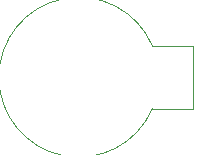
<source format=gbr>
%TF.GenerationSoftware,KiCad,Pcbnew,(6.0.8)*%
%TF.CreationDate,2023-03-18T01:03:14+01:00*%
%TF.ProjectId,ROTARY_SW,524f5441-5259-45f5-9357-2e6b69636164,rev?*%
%TF.SameCoordinates,Original*%
%TF.FileFunction,Profile,NP*%
%FSLAX46Y46*%
G04 Gerber Fmt 4.6, Leading zero omitted, Abs format (unit mm)*
G04 Created by KiCad (PCBNEW (6.0.8)) date 2023-03-18 01:03:14*
%MOMM*%
%LPD*%
G01*
G04 APERTURE LIST*
%TA.AperFunction,Profile*%
%ADD10C,0.100000*%
%TD*%
G04 APERTURE END LIST*
D10*
X94488000Y-34417000D02*
X94488000Y-39751000D01*
X94488000Y-39751000D02*
X91059000Y-39751000D01*
X91059000Y-34417000D02*
G75*
G03*
X91059000Y-39751000I-6223000J-2667000D01*
G01*
X91059000Y-34417000D02*
X94488000Y-34417000D01*
M02*

</source>
